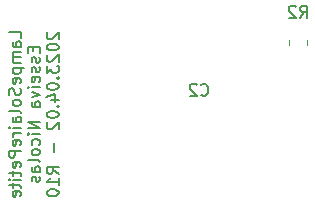
<source format=gbo>
G04 #@! TF.GenerationSoftware,KiCad,Pcbnew,(6.0.6)*
G04 #@! TF.CreationDate,2023-04-02T13:24:19+02:00*
G04 #@! TF.ProjectId,LampeSolairePetite,4c616d70-6553-46f6-9c61-697265506574,R00*
G04 #@! TF.SameCoordinates,PX5f5e100PY5cfbb60*
G04 #@! TF.FileFunction,Legend,Bot*
G04 #@! TF.FilePolarity,Positive*
%FSLAX46Y46*%
G04 Gerber Fmt 4.6, Leading zero omitted, Abs format (unit mm)*
G04 Created by KiCad (PCBNEW (6.0.6)) date 2023-04-02 13:24:19*
%MOMM*%
%LPD*%
G01*
G04 APERTURE LIST*
%ADD10C,0.200000*%
%ADD11C,0.150000*%
%ADD12C,0.120000*%
G04 APERTURE END LIST*
D10*
X9332380Y21680191D02*
X9332380Y22156381D01*
X8332380Y22156381D01*
X9332380Y20918286D02*
X8808571Y20918286D01*
X8713333Y20965905D01*
X8665714Y21061143D01*
X8665714Y21251620D01*
X8713333Y21346858D01*
X9284761Y20918286D02*
X9332380Y21013524D01*
X9332380Y21251620D01*
X9284761Y21346858D01*
X9189523Y21394477D01*
X9094285Y21394477D01*
X8999047Y21346858D01*
X8951428Y21251620D01*
X8951428Y21013524D01*
X8903809Y20918286D01*
X9332380Y20442096D02*
X8665714Y20442096D01*
X8760952Y20442096D02*
X8713333Y20394477D01*
X8665714Y20299239D01*
X8665714Y20156381D01*
X8713333Y20061143D01*
X8808571Y20013524D01*
X9332380Y20013524D01*
X8808571Y20013524D02*
X8713333Y19965905D01*
X8665714Y19870667D01*
X8665714Y19727810D01*
X8713333Y19632572D01*
X8808571Y19584953D01*
X9332380Y19584953D01*
X8665714Y19108762D02*
X9665714Y19108762D01*
X8713333Y19108762D02*
X8665714Y19013524D01*
X8665714Y18823048D01*
X8713333Y18727810D01*
X8760952Y18680191D01*
X8856190Y18632572D01*
X9141904Y18632572D01*
X9237142Y18680191D01*
X9284761Y18727810D01*
X9332380Y18823048D01*
X9332380Y19013524D01*
X9284761Y19108762D01*
X9284761Y17823048D02*
X9332380Y17918286D01*
X9332380Y18108762D01*
X9284761Y18204000D01*
X9189523Y18251620D01*
X8808571Y18251620D01*
X8713333Y18204000D01*
X8665714Y18108762D01*
X8665714Y17918286D01*
X8713333Y17823048D01*
X8808571Y17775429D01*
X8903809Y17775429D01*
X8999047Y18251620D01*
X9284761Y17394477D02*
X9332380Y17251620D01*
X9332380Y17013524D01*
X9284761Y16918286D01*
X9237142Y16870667D01*
X9141904Y16823048D01*
X9046666Y16823048D01*
X8951428Y16870667D01*
X8903809Y16918286D01*
X8856190Y17013524D01*
X8808571Y17204000D01*
X8760952Y17299239D01*
X8713333Y17346858D01*
X8618095Y17394477D01*
X8522857Y17394477D01*
X8427619Y17346858D01*
X8380000Y17299239D01*
X8332380Y17204000D01*
X8332380Y16965905D01*
X8380000Y16823048D01*
X9332380Y16251620D02*
X9284761Y16346858D01*
X9237142Y16394477D01*
X9141904Y16442096D01*
X8856190Y16442096D01*
X8760952Y16394477D01*
X8713333Y16346858D01*
X8665714Y16251620D01*
X8665714Y16108762D01*
X8713333Y16013524D01*
X8760952Y15965905D01*
X8856190Y15918286D01*
X9141904Y15918286D01*
X9237142Y15965905D01*
X9284761Y16013524D01*
X9332380Y16108762D01*
X9332380Y16251620D01*
X9332380Y15346858D02*
X9284761Y15442096D01*
X9189523Y15489715D01*
X8332380Y15489715D01*
X9332380Y14537334D02*
X8808571Y14537334D01*
X8713333Y14584953D01*
X8665714Y14680191D01*
X8665714Y14870667D01*
X8713333Y14965905D01*
X9284761Y14537334D02*
X9332380Y14632572D01*
X9332380Y14870667D01*
X9284761Y14965905D01*
X9189523Y15013524D01*
X9094285Y15013524D01*
X8999047Y14965905D01*
X8951428Y14870667D01*
X8951428Y14632572D01*
X8903809Y14537334D01*
X9332380Y14061143D02*
X8665714Y14061143D01*
X8332380Y14061143D02*
X8380000Y14108762D01*
X8427619Y14061143D01*
X8380000Y14013524D01*
X8332380Y14061143D01*
X8427619Y14061143D01*
X9332380Y13584953D02*
X8665714Y13584953D01*
X8856190Y13584953D02*
X8760952Y13537334D01*
X8713333Y13489715D01*
X8665714Y13394477D01*
X8665714Y13299239D01*
X9284761Y12584953D02*
X9332380Y12680191D01*
X9332380Y12870667D01*
X9284761Y12965905D01*
X9189523Y13013524D01*
X8808571Y13013524D01*
X8713333Y12965905D01*
X8665714Y12870667D01*
X8665714Y12680191D01*
X8713333Y12584953D01*
X8808571Y12537334D01*
X8903809Y12537334D01*
X8999047Y13013524D01*
X9332380Y12108762D02*
X8332380Y12108762D01*
X8332380Y11727810D01*
X8380000Y11632572D01*
X8427619Y11584953D01*
X8522857Y11537334D01*
X8665714Y11537334D01*
X8760952Y11584953D01*
X8808571Y11632572D01*
X8856190Y11727810D01*
X8856190Y12108762D01*
X9284761Y10727810D02*
X9332380Y10823048D01*
X9332380Y11013524D01*
X9284761Y11108762D01*
X9189523Y11156381D01*
X8808571Y11156381D01*
X8713333Y11108762D01*
X8665714Y11013524D01*
X8665714Y10823048D01*
X8713333Y10727810D01*
X8808571Y10680191D01*
X8903809Y10680191D01*
X8999047Y11156381D01*
X8665714Y10394477D02*
X8665714Y10013524D01*
X8332380Y10251620D02*
X9189523Y10251620D01*
X9284761Y10204000D01*
X9332380Y10108762D01*
X9332380Y10013524D01*
X9332380Y9680191D02*
X8665714Y9680191D01*
X8332380Y9680191D02*
X8380000Y9727810D01*
X8427619Y9680191D01*
X8380000Y9632572D01*
X8332380Y9680191D01*
X8427619Y9680191D01*
X8665714Y9346858D02*
X8665714Y8965905D01*
X8332380Y9204000D02*
X9189523Y9204000D01*
X9284761Y9156381D01*
X9332380Y9061143D01*
X9332380Y8965905D01*
X9284761Y8251620D02*
X9332380Y8346858D01*
X9332380Y8537334D01*
X9284761Y8632572D01*
X9189523Y8680191D01*
X8808571Y8680191D01*
X8713333Y8632572D01*
X8665714Y8537334D01*
X8665714Y8346858D01*
X8713333Y8251620D01*
X8808571Y8204000D01*
X8903809Y8204000D01*
X8999047Y8680191D01*
X10418571Y20870667D02*
X10418571Y20537334D01*
X10942380Y20394477D02*
X10942380Y20870667D01*
X9942380Y20870667D01*
X9942380Y20394477D01*
X10894761Y20013524D02*
X10942380Y19918286D01*
X10942380Y19727810D01*
X10894761Y19632572D01*
X10799523Y19584953D01*
X10751904Y19584953D01*
X10656666Y19632572D01*
X10609047Y19727810D01*
X10609047Y19870667D01*
X10561428Y19965905D01*
X10466190Y20013524D01*
X10418571Y20013524D01*
X10323333Y19965905D01*
X10275714Y19870667D01*
X10275714Y19727810D01*
X10323333Y19632572D01*
X10894761Y19204000D02*
X10942380Y19108762D01*
X10942380Y18918286D01*
X10894761Y18823048D01*
X10799523Y18775429D01*
X10751904Y18775429D01*
X10656666Y18823048D01*
X10609047Y18918286D01*
X10609047Y19061143D01*
X10561428Y19156381D01*
X10466190Y19204000D01*
X10418571Y19204000D01*
X10323333Y19156381D01*
X10275714Y19061143D01*
X10275714Y18918286D01*
X10323333Y18823048D01*
X10894761Y17965905D02*
X10942380Y18061143D01*
X10942380Y18251620D01*
X10894761Y18346858D01*
X10799523Y18394477D01*
X10418571Y18394477D01*
X10323333Y18346858D01*
X10275714Y18251620D01*
X10275714Y18061143D01*
X10323333Y17965905D01*
X10418571Y17918286D01*
X10513809Y17918286D01*
X10609047Y18394477D01*
X10942380Y17489715D02*
X10275714Y17489715D01*
X9942380Y17489715D02*
X9990000Y17537334D01*
X10037619Y17489715D01*
X9990000Y17442096D01*
X9942380Y17489715D01*
X10037619Y17489715D01*
X10275714Y17108762D02*
X10942380Y16870667D01*
X10275714Y16632572D01*
X10942380Y15823048D02*
X10418571Y15823048D01*
X10323333Y15870667D01*
X10275714Y15965905D01*
X10275714Y16156381D01*
X10323333Y16251620D01*
X10894761Y15823048D02*
X10942380Y15918286D01*
X10942380Y16156381D01*
X10894761Y16251620D01*
X10799523Y16299239D01*
X10704285Y16299239D01*
X10609047Y16251620D01*
X10561428Y16156381D01*
X10561428Y15918286D01*
X10513809Y15823048D01*
X10942380Y14584953D02*
X9942380Y14584953D01*
X10942380Y14013524D01*
X9942380Y14013524D01*
X10942380Y13537334D02*
X10275714Y13537334D01*
X9942380Y13537334D02*
X9990000Y13584953D01*
X10037619Y13537334D01*
X9990000Y13489715D01*
X9942380Y13537334D01*
X10037619Y13537334D01*
X10894761Y12632572D02*
X10942380Y12727810D01*
X10942380Y12918286D01*
X10894761Y13013524D01*
X10847142Y13061143D01*
X10751904Y13108762D01*
X10466190Y13108762D01*
X10370952Y13061143D01*
X10323333Y13013524D01*
X10275714Y12918286D01*
X10275714Y12727810D01*
X10323333Y12632572D01*
X10942380Y12061143D02*
X10894761Y12156381D01*
X10847142Y12204000D01*
X10751904Y12251620D01*
X10466190Y12251620D01*
X10370952Y12204000D01*
X10323333Y12156381D01*
X10275714Y12061143D01*
X10275714Y11918286D01*
X10323333Y11823048D01*
X10370952Y11775429D01*
X10466190Y11727810D01*
X10751904Y11727810D01*
X10847142Y11775429D01*
X10894761Y11823048D01*
X10942380Y11918286D01*
X10942380Y12061143D01*
X10942380Y11156381D02*
X10894761Y11251620D01*
X10799523Y11299239D01*
X9942380Y11299239D01*
X10942380Y10346858D02*
X10418571Y10346858D01*
X10323333Y10394477D01*
X10275714Y10489715D01*
X10275714Y10680191D01*
X10323333Y10775429D01*
X10894761Y10346858D02*
X10942380Y10442096D01*
X10942380Y10680191D01*
X10894761Y10775429D01*
X10799523Y10823048D01*
X10704285Y10823048D01*
X10609047Y10775429D01*
X10561428Y10680191D01*
X10561428Y10442096D01*
X10513809Y10346858D01*
X10894761Y9918286D02*
X10942380Y9823048D01*
X10942380Y9632572D01*
X10894761Y9537334D01*
X10799523Y9489715D01*
X10751904Y9489715D01*
X10656666Y9537334D01*
X10609047Y9632572D01*
X10609047Y9775429D01*
X10561428Y9870667D01*
X10466190Y9918286D01*
X10418571Y9918286D01*
X10323333Y9870667D01*
X10275714Y9775429D01*
X10275714Y9632572D01*
X10323333Y9537334D01*
X11647619Y22132572D02*
X11600000Y22084953D01*
X11552380Y21989715D01*
X11552380Y21751620D01*
X11600000Y21656381D01*
X11647619Y21608762D01*
X11742857Y21561143D01*
X11838095Y21561143D01*
X11980952Y21608762D01*
X12552380Y22180191D01*
X12552380Y21561143D01*
X11552380Y20942096D02*
X11552380Y20846858D01*
X11600000Y20751620D01*
X11647619Y20704000D01*
X11742857Y20656381D01*
X11933333Y20608762D01*
X12171428Y20608762D01*
X12361904Y20656381D01*
X12457142Y20704000D01*
X12504761Y20751620D01*
X12552380Y20846858D01*
X12552380Y20942096D01*
X12504761Y21037334D01*
X12457142Y21084953D01*
X12361904Y21132572D01*
X12171428Y21180191D01*
X11933333Y21180191D01*
X11742857Y21132572D01*
X11647619Y21084953D01*
X11600000Y21037334D01*
X11552380Y20942096D01*
X11647619Y20227810D02*
X11600000Y20180191D01*
X11552380Y20084953D01*
X11552380Y19846858D01*
X11600000Y19751620D01*
X11647619Y19704000D01*
X11742857Y19656381D01*
X11838095Y19656381D01*
X11980952Y19704000D01*
X12552380Y20275429D01*
X12552380Y19656381D01*
X11552380Y19323048D02*
X11552380Y18704001D01*
X11933333Y19037334D01*
X11933333Y18894477D01*
X11980952Y18799239D01*
X12028571Y18751620D01*
X12123809Y18704001D01*
X12361904Y18704001D01*
X12457142Y18751620D01*
X12504761Y18799239D01*
X12552380Y18894477D01*
X12552380Y19180191D01*
X12504761Y19275429D01*
X12457142Y19323048D01*
X12457142Y18275429D02*
X12504761Y18227810D01*
X12552380Y18275429D01*
X12504761Y18323048D01*
X12457142Y18275429D01*
X12552380Y18275429D01*
X11552380Y17608762D02*
X11552380Y17513524D01*
X11600000Y17418286D01*
X11647619Y17370667D01*
X11742857Y17323048D01*
X11933333Y17275429D01*
X12171428Y17275429D01*
X12361904Y17323048D01*
X12457142Y17370667D01*
X12504761Y17418286D01*
X12552380Y17513524D01*
X12552380Y17608762D01*
X12504761Y17704001D01*
X12457142Y17751620D01*
X12361904Y17799239D01*
X12171428Y17846858D01*
X11933333Y17846858D01*
X11742857Y17799239D01*
X11647619Y17751620D01*
X11600000Y17704001D01*
X11552380Y17608762D01*
X11885714Y16418286D02*
X12552380Y16418286D01*
X11504761Y16656381D02*
X12219047Y16894477D01*
X12219047Y16275429D01*
X12457142Y15894477D02*
X12504761Y15846858D01*
X12552380Y15894477D01*
X12504761Y15942096D01*
X12457142Y15894477D01*
X12552380Y15894477D01*
X11552380Y15227810D02*
X11552380Y15132572D01*
X11600000Y15037334D01*
X11647619Y14989715D01*
X11742857Y14942096D01*
X11933333Y14894477D01*
X12171428Y14894477D01*
X12361904Y14942096D01*
X12457142Y14989715D01*
X12504761Y15037334D01*
X12552380Y15132572D01*
X12552380Y15227810D01*
X12504761Y15323048D01*
X12457142Y15370667D01*
X12361904Y15418286D01*
X12171428Y15465905D01*
X11933333Y15465905D01*
X11742857Y15418286D01*
X11647619Y15370667D01*
X11600000Y15323048D01*
X11552380Y15227810D01*
X11647619Y14513524D02*
X11600000Y14465905D01*
X11552380Y14370667D01*
X11552380Y14132572D01*
X11600000Y14037334D01*
X11647619Y13989715D01*
X11742857Y13942096D01*
X11838095Y13942096D01*
X11980952Y13989715D01*
X12552380Y14561143D01*
X12552380Y13942096D01*
X12171428Y12751620D02*
X12171428Y11989715D01*
X12552380Y10180191D02*
X12076190Y10513524D01*
X12552380Y10751620D02*
X11552380Y10751620D01*
X11552380Y10370667D01*
X11600000Y10275429D01*
X11647619Y10227810D01*
X11742857Y10180191D01*
X11885714Y10180191D01*
X11980952Y10227810D01*
X12028571Y10275429D01*
X12076190Y10370667D01*
X12076190Y10751620D01*
X12552380Y9227810D02*
X12552380Y9799239D01*
X12552380Y9513524D02*
X11552380Y9513524D01*
X11695238Y9608762D01*
X11790476Y9704001D01*
X11838095Y9799239D01*
X11552380Y8608762D02*
X11552380Y8513524D01*
X11600000Y8418286D01*
X11647619Y8370667D01*
X11742857Y8323048D01*
X11933333Y8275429D01*
X12171428Y8275429D01*
X12361904Y8323048D01*
X12457142Y8370667D01*
X12504761Y8418286D01*
X12552380Y8513524D01*
X12552380Y8608762D01*
X12504761Y8704001D01*
X12457142Y8751620D01*
X12361904Y8799239D01*
X12171428Y8846858D01*
X11933333Y8846858D01*
X11742857Y8799239D01*
X11647619Y8751620D01*
X11600000Y8704001D01*
X11552380Y8608762D01*
D11*
X24626666Y16878858D02*
X24674285Y16831239D01*
X24817142Y16783620D01*
X24912380Y16783620D01*
X25055238Y16831239D01*
X25150476Y16926477D01*
X25198095Y17021715D01*
X25245714Y17212191D01*
X25245714Y17355048D01*
X25198095Y17545524D01*
X25150476Y17640762D01*
X25055238Y17736000D01*
X24912380Y17783620D01*
X24817142Y17783620D01*
X24674285Y17736000D01*
X24626666Y17688381D01*
X24245714Y17688381D02*
X24198095Y17736000D01*
X24102857Y17783620D01*
X23864761Y17783620D01*
X23769523Y17736000D01*
X23721904Y17688381D01*
X23674285Y17593143D01*
X23674285Y17497905D01*
X23721904Y17355048D01*
X24293333Y16783620D01*
X23674285Y16783620D01*
X33008666Y23387620D02*
X33342000Y23863810D01*
X33580095Y23387620D02*
X33580095Y24387620D01*
X33199142Y24387620D01*
X33103904Y24340000D01*
X33056285Y24292381D01*
X33008666Y24197143D01*
X33008666Y24054286D01*
X33056285Y23959048D01*
X33103904Y23911429D01*
X33199142Y23863810D01*
X33580095Y23863810D01*
X32627714Y24292381D02*
X32580095Y24340000D01*
X32484857Y24387620D01*
X32246761Y24387620D01*
X32151523Y24340000D01*
X32103904Y24292381D01*
X32056285Y24197143D01*
X32056285Y24101905D01*
X32103904Y23959048D01*
X32675333Y23387620D01*
X32056285Y23387620D01*
D12*
X32107000Y21527064D02*
X32107000Y21072936D01*
X33577000Y21527064D02*
X33577000Y21072936D01*
M02*

</source>
